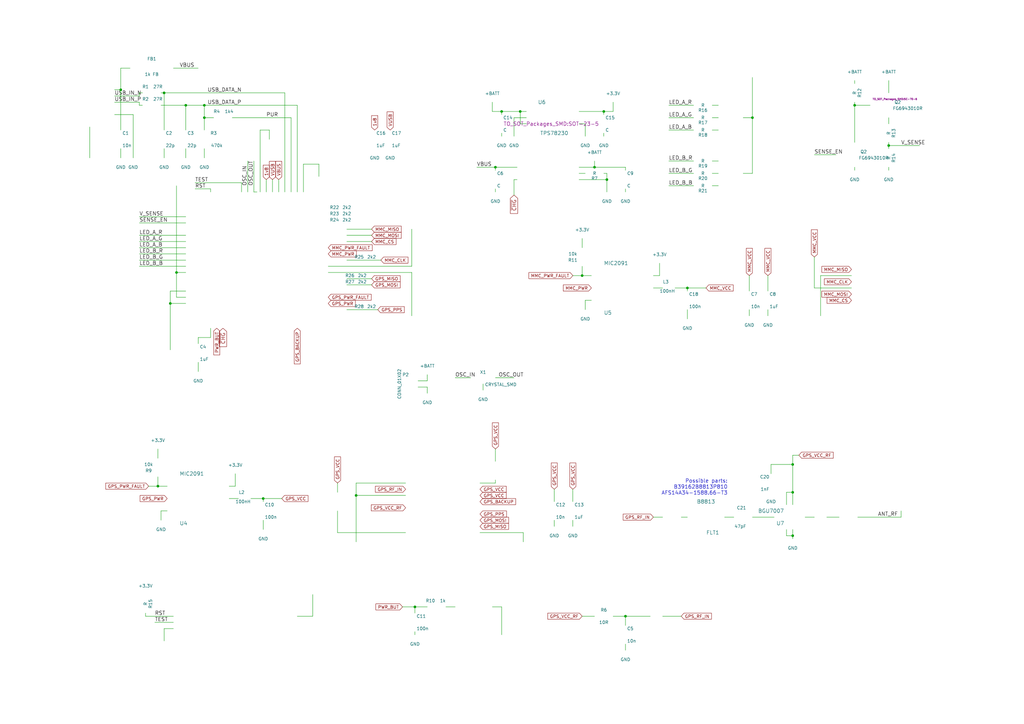
<source format=kicad_sch>
(kicad_sch (version 20230121) (generator eeschema)
  (paper "A3")
  (title_block (title "gpsLogger") (date "2016-07-13") (rev "Rev 2.0") (company "Gregory S Davill") (comment 4 "Simple GPS logger with low power features"))
  (lib_symbols)
  (junction (at 247.65 45.72))
  (junction (at 49.53 36.83))
  (junction (at 256.54 252.73))
  (junction (at 170.18 248.92))
  (junction (at 238.76 113.03))
  (junction (at 107.95 204.47))
  (junction (at 72.39 111.76))
  (junction (at 243.84 68.58))
  (junction (at 203.2 68.58))
  (junction (at 83.82 43.18))
  (junction (at 281.94 118.11))
  (junction (at 83.82 48.26))
  (junction (at 69.85 124.46))
  (junction (at 67.31 38.1))
  (junction (at 325.12 219.71))
  (junction (at 350.52 43.18))
  (junction (at 248.92 73.66))
  (junction (at 64.77 199.39))
  (junction (at 76.2 43.18))
  (junction (at 325.12 190.5))
  (junction (at 205.74 45.72))
  (junction (at 213.36 45.72))
  (junction (at 364.49 59.69))
  (junction (at 146.05 203.2))
  (junction (at 325.12 201.93))
  (junction (at 308.61 48.26))
  (wire (pts (xy 325.12 190.5) (xy 325.12 201.93)))
  (wire (pts (xy 322.58 201.93) (xy 325.12 201.93)))
  (wire (pts (xy 369.57 212.09) (xy 351.79 212.09)))
  (wire (pts (xy 237.49 71.12) (xy 240.03 71.12)))
  (wire (pts (xy 76.2 91.44) (xy 57.15 91.44)))
  (wire (pts (xy 76.2 53.34) (xy 76.2 43.18)))
  (wire (pts (xy 243.84 66.04) (xy 243.84 68.58)))
  (wire (pts (xy 69.85 119.38) (xy 69.85 124.46)))
  (wire (pts (xy 114.3 78.74) (xy 114.3 73.66)))
  (wire (pts (xy 107.95 204.47) (xy 107.95 205.74)))
  (wire (pts (xy 107.95 213.36) (xy 107.95 217.17)))
  (wire (pts (xy 322.58 217.17) (xy 322.58 219.71)))
  (wire (pts (xy 49.53 36.83) (xy 49.53 53.34)))
  (wire (pts (xy 212.09 73.66) (xy 210.82 73.66)))
  (wire (pts (xy 203.2 189.23) (xy 203.2 184.15)))
  (wire (pts (xy 364.49 68.58) (xy 364.49 69.85)))
  (wire (pts (xy 234.95 200.66) (xy 234.95 205.74)))
  (wire (pts (xy 276.86 118.11) (xy 281.94 118.11)))
  (wire (pts (xy 364.49 59.69) (xy 377.19 59.69)))
  (wire (pts (xy 99.06 78.74) (xy 99.06 74.93)))
  (wire (pts (xy 168.91 109.22) (xy 134.62 109.22)))
  (wire (pts (xy 54.61 46.99) (xy 54.61 64.77)))
  (wire (pts (xy 83.82 43.18) (xy 83.82 48.26)))
  (wire (pts (xy 171.45 156.21) (xy 175.26 156.21)))
  (wire (pts (xy 105.41 78.74) (xy 104.14 78.74)))
  (wire (pts (xy 69.85 124.46) (xy 69.85 143.51)))
  (wire (pts (xy 251.46 45.72) (xy 251.46 41.91)))
  (wire (pts (xy 64.77 199.39) (xy 68.58 199.39)))
  (wire (pts (xy 203.2 68.58) (xy 212.09 68.58)))
  (wire (pts (xy 166.37 203.2) (xy 146.05 203.2)))
  (wire (pts (xy 334.01 118.11) (xy 349.25 118.11)))
  (wire (pts (xy 49.53 60.96) (xy 49.53 64.77)))
  (wire (pts (xy 138.43 198.12) (xy 138.43 201.93)))
  (wire (pts (xy 294.64 48.26) (xy 292.1 48.26)))
  (wire (pts (xy 267.97 113.03) (xy 270.51 113.03)))
  (wire (pts (xy 106.68 53.34) (xy 110.49 53.34)))
  (wire (pts (xy 210.82 48.26) (xy 210.82 55.88)))
  (wire (pts (xy 267.97 118.11) (xy 271.78 118.11)))
  (wire (pts (xy 336.55 129.54) (xy 336.55 113.03)))
  (wire (pts (xy 76.2 101.6) (xy 57.15 101.6)))
  (wire (pts (xy 240.03 123.19) (xy 240.03 127)))
  (wire (pts (xy 270.51 113.03) (xy 270.51 107.95)))
  (wire (pts (xy 247.65 45.72) (xy 251.46 45.72)))
  (wire (pts (xy 247.65 45.72) (xy 247.65 46.99)))
  (wire (pts (xy 234.95 113.03) (xy 238.76 113.03)))
  (wire (pts (xy 57.15 39.37) (xy 57.15 38.1)))
  (wire (pts (xy 247.65 54.61) (xy 247.65 55.88)))
  (wire (pts (xy 175.26 156.21) (xy 175.26 153.67)))
  (wire (pts (xy 83.82 48.26) (xy 87.63 48.26)))
  (wire (pts (xy 83.82 48.26) (xy 83.82 53.34)))
  (wire (pts (xy 240.03 50.8) (xy 240.03 55.88)))
  (wire (pts (xy 210.82 73.66) (xy 210.82 80.01)))
  (wire (pts (xy 170.18 251.46) (xy 170.18 248.92)))
  (wire (pts (xy 195.58 68.58) (xy 203.2 68.58)))
  (wire (pts (xy 193.04 154.94) (xy 186.69 154.94)))
  (wire (pts (xy 66.04 38.1) (xy 67.31 38.1)))
  (wire (pts (xy 356.87 43.18) (xy 350.52 43.18)))
  (wire (pts (xy 284.48 76.2) (xy 274.32 76.2)))
  (wire (pts (xy 138.43 218.44) (xy 166.37 218.44)))
  (wire (pts (xy 308.61 48.26) (xy 308.61 71.12)))
  (wire (pts (xy 201.93 45.72) (xy 205.74 45.72)))
  (wire (pts (xy 72.39 76.2) (xy 72.39 111.76)))
  (wire (pts (xy 307.34 129.54) (xy 307.34 127)))
  (wire (pts (xy 76.2 96.52) (xy 57.15 96.52)))
  (wire (pts (xy 369.57 209.55) (xy 369.57 212.09)))
  (wire (pts (xy 152.4 96.52) (xy 142.24 96.52)))
  (wire (pts (xy 364.49 48.26) (xy 364.49 50.8)))
  (wire (pts (xy 49.53 27.94) (xy 53.34 27.94)))
  (wire (pts (xy 215.9 50.8) (xy 213.36 50.8)))
  (wire (pts (xy 168.91 111.76) (xy 168.91 129.54)))
  (wire (pts (xy 76.2 60.96) (xy 76.2 64.77)))
  (wire (pts (xy 67.31 53.34) (xy 67.31 38.1)))
  (wire (pts (xy 170.18 248.92) (xy 175.26 248.92)))
  (wire (pts (xy 106.68 78.74) (xy 106.68 53.34)))
  (wire (pts (xy 76.2 119.38) (xy 69.85 119.38)))
  (wire (pts (xy 59.69 252.73) (xy 71.12 252.73)))
  (wire (pts (xy 237.49 73.66) (xy 248.92 73.66)))
  (wire (pts (xy 165.1 248.92) (xy 170.18 248.92)))
  (wire (pts (xy 364.49 58.42) (xy 364.49 59.69)))
  (wire (pts (xy 66.04 43.18) (xy 76.2 43.18)))
  (wire (pts (xy 281.94 118.11) (xy 281.94 119.38)))
  (wire (pts (xy 46.99 39.37) (xy 57.15 39.37)))
  (wire (pts (xy 107.95 204.47) (xy 115.57 204.47)))
  (wire (pts (xy 166.37 198.12) (xy 146.05 198.12)))
  (wire (pts (xy 307.34 113.03) (xy 307.34 119.38)))
  (wire (pts (xy 134.62 111.76) (xy 168.91 111.76)))
  (wire (pts (xy 68.58 209.55) (xy 66.04 209.55)))
  (wire (pts (xy 314.96 119.38) (xy 314.96 113.03)))
  (wire (pts (xy 76.2 104.14) (xy 57.15 104.14)))
  (wire (pts (xy 142.24 127) (xy 154.94 127)))
  (wire (pts (xy 334.01 212.09) (xy 330.2 212.09)))
  (wire (pts (xy 256.54 252.73) (xy 256.54 256.54)))
  (wire (pts (xy 182.88 248.92) (xy 186.69 248.92)))
  (wire (pts (xy 83.82 43.18) (xy 121.92 43.18)))
  (wire (pts (xy 284.48 43.18) (xy 274.32 43.18)))
  (wire (pts (xy 334.01 105.41) (xy 334.01 118.11)))
  (wire (pts (xy 59.69 252.73) (xy 59.69 251.46)))
  (wire (pts (xy 130.81 67.31) (xy 130.81 72.39)))
  (wire (pts (xy 350.52 33.02) (xy 350.52 34.29)))
  (wire (pts (xy 308.61 71.12) (xy 304.8 71.12)))
  (wire (pts (xy 76.2 124.46) (xy 69.85 124.46)))
  (wire (pts (xy 292.1 76.2) (xy 294.64 76.2)))
  (wire (pts (xy 142.24 93.98) (xy 152.4 93.98)))
  (wire (pts (xy 325.12 186.69) (xy 327.66 186.69)))
  (wire (pts (xy 49.53 27.94) (xy 49.53 36.83)))
  (wire (pts (xy 76.2 106.68) (xy 57.15 106.68)))
  (wire (pts (xy 271.78 252.73) (xy 279.4 252.73)))
  (wire (pts (xy 156.21 106.68) (xy 142.24 106.68)))
  (wire (pts (xy 238.76 101.6) (xy 238.76 97.79)))
  (wire (pts (xy 57.15 43.18) (xy 58.42 43.18)))
  (wire (pts (xy 203.2 69.85) (xy 203.2 68.58)))
  (wire (pts (xy 168.91 93.98) (xy 168.91 109.22)))
  (wire (pts (xy 142.24 114.3) (xy 152.4 114.3)))
  (wire (pts (xy 64.77 187.96) (xy 64.77 184.15)))
  (wire (pts (xy 227.33 215.9) (xy 227.33 213.36)))
  (wire (pts (xy 110.49 53.34) (xy 110.49 57.15)))
  (wire (pts (xy 256.54 77.47) (xy 256.54 78.74)))
  (wire (pts (xy 248.92 73.66) (xy 248.92 78.74)))
  (wire (pts (xy 205.74 54.61) (xy 205.74 55.88)))
  (wire (pts (xy 170.18 260.35) (xy 170.18 259.08)))
  (wire (pts (xy 46.99 36.83) (xy 49.53 36.83)))
  (wire (pts (xy 171.45 158.75) (xy 175.26 158.75)))
  (wire (pts (xy 67.31 60.96) (xy 67.31 64.77)))
  (wire (pts (xy 205.74 248.92) (xy 205.74 260.35)))
  (wire (pts (xy 213.36 50.8) (xy 213.36 45.72)))
  (wire (pts (xy 102.87 204.47) (xy 107.95 204.47)))
  (wire (pts (xy 81.28 152.4) (xy 81.28 148.59)))
  (wire (pts (xy 350.52 68.58) (xy 350.52 69.85)))
  (wire (pts (xy 36.83 52.07) (xy 36.83 64.77)))
  (wire (pts (xy 256.54 264.16) (xy 256.54 266.7)))
  (wire (pts (xy 364.49 33.02) (xy 364.49 38.1)))
  (wire (pts (xy 95.25 48.26) (xy 119.38 48.26)))
  (wire (pts (xy 336.55 113.03) (xy 349.25 113.03)))
  (wire (pts (xy 86.36 78.74) (xy 86.36 77.47)))
  (wire (pts (xy 248.92 71.12) (xy 248.92 73.66)))
  (wire (pts (xy 227.33 200.66) (xy 227.33 205.74)))
  (wire (pts (xy 284.48 48.26) (xy 274.32 48.26)))
  (wire (pts (xy 76.2 88.9) (xy 57.15 88.9)))
  (wire (pts (xy 203.2 198.12) (xy 203.2 196.85)))
  (wire (pts (xy 124.46 78.74) (xy 124.46 67.31)))
  (wire (pts (xy 104.14 78.74) (xy 104.14 66.04)))
  (wire (pts (xy 281.94 127) (xy 281.94 130.81)))
  (wire (pts (xy 316.23 190.5) (xy 325.12 190.5)))
  (wire (pts (xy 201.93 41.91) (xy 201.93 45.72)))
  (wire (pts (xy 308.61 31.75) (xy 308.61 48.26)))
  (wire (pts (xy 238.76 252.73) (xy 243.84 252.73)))
  (wire (pts (xy 238.76 109.22) (xy 238.76 113.03)))
  (wire (pts (xy 322.58 207.01) (xy 322.58 201.93)))
  (wire (pts (xy 138.43 209.55) (xy 138.43 218.44)))
  (wire (pts (xy 116.84 38.1) (xy 116.84 78.74)))
  (wire (pts (xy 251.46 252.73) (xy 256.54 252.73)))
  (wire (pts (xy 124.46 67.31) (xy 130.81 67.31)))
  (wire (pts (xy 86.36 77.47) (xy 80.01 77.47)))
  (wire (pts (xy 99.06 74.93) (xy 80.01 74.93)))
  (wire (pts (xy 198.12 157.48) (xy 198.12 160.02)))
  (wire (pts (xy 279.4 212.09) (xy 281.94 212.09)))
  (wire (pts (xy 213.36 45.72) (xy 215.9 45.72)))
  (wire (pts (xy 364.49 59.69) (xy 364.49 60.96)))
  (wire (pts (xy 46.99 41.91) (xy 57.15 41.91)))
  (wire (pts (xy 76.2 99.06) (xy 57.15 99.06)))
  (wire (pts (xy 196.85 198.12) (xy 203.2 198.12)))
  (wire (pts (xy 205.74 46.99) (xy 205.74 45.72)))
  (wire (pts (xy 201.93 248.92) (xy 205.74 248.92)))
  (wire (pts (xy 325.12 186.69) (xy 325.12 190.5)))
  (wire (pts (xy 76.2 111.76) (xy 72.39 111.76)))
  (wire (pts (xy 175.26 158.75) (xy 175.26 161.29)))
  (wire (pts (xy 196.85 218.44) (xy 214.63 218.44)))
  (wire (pts (xy 57.15 38.1) (xy 58.42 38.1)))
  (wire (pts (xy 247.65 71.12) (xy 248.92 71.12)))
  (wire (pts (xy 128.27 252.73) (xy 128.27 243.84)))
  (wire (pts (xy 237.49 68.58) (xy 243.84 68.58)))
  (wire (pts (xy 121.92 252.73) (xy 128.27 252.73)))
  (wire (pts (xy 274.32 53.34) (xy 284.48 53.34)))
  (wire (pts (xy 237.49 50.8) (xy 240.03 50.8)))
  (wire (pts (xy 256.54 68.58) (xy 256.54 69.85)))
  (wire (pts (xy 215.9 48.26) (xy 210.82 48.26)))
  (wire (pts (xy 71.12 257.81) (xy 67.31 257.81)))
  (wire (pts (xy 243.84 68.58) (xy 256.54 68.58)))
  (wire (pts (xy 344.17 212.09) (xy 339.09 212.09)))
  (wire (pts (xy 325.12 201.93) (xy 325.12 207.01)))
  (wire (pts (xy 86.36 134.62) (xy 86.36 138.43)))
  (wire (pts (xy 242.57 123.19) (xy 240.03 123.19)))
  (wire (pts (xy 350.52 43.18) (xy 350.52 58.42)))
  (wire (pts (xy 119.38 48.26) (xy 119.38 78.74)))
  (wire (pts (xy 292.1 53.34) (xy 294.64 53.34)))
  (wire (pts (xy 57.15 41.91) (xy 57.15 43.18)))
  (wire (pts (xy 72.39 111.76) (xy 72.39 121.92)))
  (wire (pts (xy 67.31 38.1) (xy 116.84 38.1)))
  (wire (pts (xy 203.2 77.47) (xy 203.2 78.74)))
  (wire (pts (xy 304.8 48.26) (xy 308.61 48.26)))
  (wire (pts (xy 274.32 71.12) (xy 284.48 71.12)))
  (wire (pts (xy 93.98 199.39) (xy 96.52 199.39)))
  (wire (pts (xy 205.74 45.72) (xy 213.36 45.72)))
  (wire (pts (xy 81.28 138.43) (xy 86.36 138.43)))
  (wire (pts (xy 256.54 252.73) (xy 266.7 252.73)))
  (wire (pts (xy 142.24 99.06) (xy 152.4 99.06)))
  (wire (pts (xy 121.92 43.18) (xy 121.92 78.74)))
  (wire (pts (xy 111.76 78.74) (xy 111.76 73.66)))
  (wire (pts (xy 294.64 71.12) (xy 292.1 71.12)))
  (wire (pts (xy 292.1 43.18) (xy 294.64 43.18)))
  (wire (pts (xy 83.82 64.77) (xy 83.82 60.96)))
  (wire (pts (xy 322.58 219.71) (xy 325.12 219.71)))
  (wire (pts (xy 325.12 217.17) (xy 325.12 219.71)))
  (wire (pts (xy 284.48 66.04) (xy 274.32 66.04)))
  (wire (pts (xy 93.98 204.47) (xy 97.79 204.47)))
  (wire (pts (xy 146.05 198.12) (xy 146.05 203.2)))
  (wire (pts (xy 316.23 194.31) (xy 316.23 190.5)))
  (wire (pts (xy 234.95 213.36) (xy 234.95 215.9)))
  (wire (pts (xy 66.04 209.55) (xy 66.04 213.36)))
  (wire (pts (xy 214.63 218.44) (xy 214.63 222.25)))
  (wire (pts (xy 325.12 219.71) (xy 325.12 220.98)))
  (wire (pts (xy 46.99 46.99) (xy 54.61 46.99)))
  (wire (pts (xy 203.2 154.94) (xy 210.82 154.94)))
  (wire (pts (xy 237.49 45.72) (xy 247.65 45.72)))
  (wire (pts (xy 76.2 43.18) (xy 83.82 43.18)))
  (wire (pts (xy 342.9 63.5) (xy 334.01 63.5)))
  (wire (pts (xy 72.39 121.92) (xy 76.2 121.92)))
  (wire (pts (xy 101.6 78.74) (xy 101.6 66.04)))
  (wire (pts (xy 96.52 199.39) (xy 96.52 194.31)))
  (wire (pts (xy 67.31 257.81) (xy 67.31 262.89)))
  (wire (pts (xy 76.2 109.22) (xy 57.15 109.22)))
  (wire (pts (xy 71.12 255.27) (xy 63.5 255.27)))
  (wire (pts (xy 238.76 113.03) (xy 242.57 113.03)))
  (wire (pts (xy 71.12 27.94) (xy 81.28 27.94)))
  (wire (pts (xy 281.94 118.11) (xy 289.56 118.11)))
  (wire (pts (xy 297.18 212.09) (xy 300.99 212.09)))
  (wire (pts (xy 60.96 199.39) (xy 64.77 199.39)))
  (wire (pts (xy 314.96 127) (xy 314.96 129.54)))
  (wire (pts (xy 64.77 195.58) (xy 64.77 199.39)))
  (wire (pts (xy 146.05 203.2) (xy 146.05 222.25)))
  (wire (pts (xy 152.4 116.84) (xy 142.24 116.84)))
  (wire (pts (xy 317.5 212.09) (xy 308.61 212.09)))
  (wire (pts (xy 350.52 41.91) (xy 350.52 43.18)))
  (wire (pts (xy 267.97 212.09) (xy 271.78 212.09)))
  (wire (pts (xy 81.28 140.97) (xy 81.28 138.43)))
  (wire (pts (xy 292.1 66.04) (xy 294.64 66.04)))
  (wire (pts (xy 109.22 78.74) (xy 109.22 73.66)))
  (text "Possible parts:\nB39162B8813P810\nAFS14A34-1588.66-T3\n" (at 298.45 203.2 0) (effects (font (size 1.524 1.524)) (justify right bottom)))
  (label "LED_B_G" (at 274.32 71.12 0) (effects (font (size 1.524 1.524))))
  (label "LED_B_B" (at 274.32 76.2 0) (effects (font (size 1.524 1.524))))
  (label "TEST" (at 80.01 74.93 0) (effects (font (size 1.524 1.524))))
  (label "LED_B_R" (at 274.32 66.04 0) (effects (font (size 1.524 1.524))))
  (label "VBUS" (at 195.58 68.58 0) (effects (font (size 1.524 1.524))))
  (label "V_SENSE" (at 57.15 88.9 0) (effects (font (size 1.524 1.524))))
  (label "LED_A_R" (at 57.15 96.52 0) (effects (font (size 1.524 1.524))))
  (label "RST" (at 63.5 252.73 0) (effects (font (size 1.524 1.524))))
  (label "LED_A_G" (at 274.32 48.26 0) (effects (font (size 1.524 1.524))))
  (label "USB_IN_N" (at 46.99 39.37 0) (effects (font (size 1.524 1.524))))
  (label "OSC_OUT" (at 204.47 154.94 0) (effects (font (size 1.524 1.524))))
  (label "SENSE_EN" (at 57.15 91.44 0) (effects (font (size 1.524 1.524))))
  (label "RST" (at 80.01 77.47 0) (effects (font (size 1.524 1.524))))
  (label "USB_IN_P" (at 46.99 41.91 0) (effects (font (size 1.524 1.524))))
  (label "LED_A_G" (at 57.15 99.06 0) (effects (font (size 1.524 1.524))))
  (label "VBUS" (at 73.66 27.94 0) (effects (font (size 1.524 1.524))))
  (label "ANT_RF" (at 368.3 212.09 180) (effects (font (size 1.524 1.524))))
  (label "LED_A_R" (at 274.32 43.18 0) (effects (font (size 1.524 1.524))))
  (label "SENSE_EN" (at 334.01 63.5 0) (effects (font (size 1.524 1.524))))
  (label "OSC_IN" (at 186.69 154.94 0) (effects (font (size 1.524 1.524))))
  (label "OSC_IN" (at 101.6 76.2 90) (effects (font (size 1.524 1.524))))
  (label "V_SENSE" (at 369.57 59.69 0) (effects (font (size 1.524 1.524))))
  (label "LED_B_G" (at 57.15 106.68 0) (effects (font (size 1.524 1.524))))
  (label "LED_B_B" (at 57.15 109.22 0) (effects (font (size 1.524 1.524))))
  (label "USB_DATA_N" (at 85.09 38.1 0) (effects (font (size 1.524 1.524))))
  (label "OSC_OUT" (at 104.14 76.2 90) (effects (font (size 1.524 1.524))))
  (label "LED_A_B" (at 274.32 53.34 0) (effects (font (size 1.524 1.524))))
  (label "USB_DATA_P" (at 85.09 43.18 0) (effects (font (size 1.524 1.524))))
  (label "LED_B_R" (at 57.15 104.14 0) (effects (font (size 1.524 1.524))))
  (label "LED_A_B" (at 57.15 101.6 0) (effects (font (size 1.524 1.524))))
  (label "PUR" (at 109.22 48.26 0) (effects (font (size 1.524 1.524))))
  (label "TEST" (at 63.5 255.27 0) (effects (font (size 1.524 1.524))))
  (global_label "GPS_VCC" (shape input) (at 196.85 200.66 0) (property "Intersheetrefs" "${INTERSHEET_REFS}" (effects hide)))
  (global_label "GPS_VCC" (shape input) (at 203.2 184.15 90) (property "Intersheetrefs" "${INTERSHEET_REFS}" (effects hide)))
  (global_label "GPS_VCC" (shape input) (at 234.95 200.66 90) (property "Intersheetrefs" "${INTERSHEET_REFS}" (effects hide)))
  (global_label "MMC_MOSI" (shape input) (at 152.4 96.52 0) (property "Intersheetrefs" "${INTERSHEET_REFS}" (effects hide)))
  (global_label "MMC_CLK" (shape input) (at 349.25 115.57 180) (property "Intersheetrefs" "${INTERSHEET_REFS}" (effects hide)))
  (global_label "GPS_RF_IN" (shape input) (at 267.97 212.09 180) (property "Intersheetrefs" "${INTERSHEET_REFS}" (effects hide)))
  (global_label "MMC_VCC" (shape input) (at 314.96 113.03 90) (property "Intersheetrefs" "${INTERSHEET_REFS}" (effects hide)))
  (global_label "GPS_MOSI" (shape input) (at 152.4 116.84 0) (property "Intersheetrefs" "${INTERSHEET_REFS}" (effects hide)))
  (global_label "GPS_VCC" (shape input) (at 138.43 198.12 90) (property "Intersheetrefs" "${INTERSHEET_REFS}" (effects hide)))
  (global_label "GPS_VCC" (shape input) (at 196.85 203.2 0) (property "Intersheetrefs" "${INTERSHEET_REFS}" (effects hide)))
  (global_label "VUSB" (shape input) (at 160.02 53.34 90) (effects (font (size 1.2954 1.2954))) (property "Intersheetrefs" "${INTERSHEET_REFS}" (effects hide)))
  (global_label "MMC_PWR" (shape input) (at 242.57 118.11 180) (property "Intersheetrefs" "${INTERSHEET_REFS}" (effects hide)))
  (global_label "~{CHG}" (shape input) (at 210.82 80.01 270) (effects (font (size 1.524 1.524))) (property "Intersheetrefs" "${INTERSHEET_REFS}" (effects hide)))
  (global_label "GPS_VCC_RF" (shape input) (at 238.76 252.73 180) (property "Intersheetrefs" "${INTERSHEET_REFS}" (effects hide)))
  (global_label "GPS_VCC_RF" (shape input) (at 166.37 208.28 180) (property "Intersheetrefs" "${INTERSHEET_REFS}" (effects hide)))
  (global_label "GPS_PWR_FAULT" (shape input) (at 60.96 199.39 180) (property "Intersheetrefs" "${INTERSHEET_REFS}" (effects hide)))
  (global_label "MMC_MISO" (shape input) (at 152.4 93.98 0) (property "Intersheetrefs" "${INTERSHEET_REFS}" (effects hide)))
  (global_label "MMC_MOSI" (shape input) (at 349.25 120.65 180) (property "Intersheetrefs" "${INTERSHEET_REFS}" (effects hide)))
  (global_label "GPS_VCC_RF" (shape input) (at 327.66 186.69 0) (property "Intersheetrefs" "${INTERSHEET_REFS}" (effects hide)))
  (global_label "MMC_PWR_FAULT" (shape input) (at 234.95 113.03 180) (property "Intersheetrefs" "${INTERSHEET_REFS}" (effects hide)))
  (global_label "GPS_RF_IN" (shape input) (at 166.37 200.66 180) (property "Intersheetrefs" "${INTERSHEET_REFS}" (effects hide)))
  (global_label "1v8" (shape input) (at 109.22 73.66 90) (effects (font (size 1.2954 1.2954))) (property "Intersheetrefs" "${INTERSHEET_REFS}" (effects hide)))
  (global_label "MMC_CS" (shape input) (at 349.25 123.19 180) (property "Intersheetrefs" "${INTERSHEET_REFS}" (effects hide)))
  (global_label "VUSB" (shape input) (at 111.76 73.66 90) (effects (font (size 1.2954 1.2954))) (property "Intersheetrefs" "${INTERSHEET_REFS}" (effects hide)))
  (global_label "1v8" (shape input) (at 153.67 53.34 90) (effects (font (size 1.2954 1.2954))) (property "Intersheetrefs" "${INTERSHEET_REFS}" (effects hide)))
  (global_label "GPS_PWR" (shape input) (at 134.62 124.46 0) (property "Intersheetrefs" "${INTERSHEET_REFS}" (effects hide)))
  (global_label "GPS_PWR" (shape input) (at 68.58 204.47 180) (property "Intersheetrefs" "${INTERSHEET_REFS}" (effects hide)))
  (global_label "GPS_PPS" (shape input) (at 154.94 127 0) (property "Intersheetrefs" "${INTERSHEET_REFS}" (effects hide)))
  (global_label "MMC_CS" (shape input) (at 152.4 99.06 0) (property "Intersheetrefs" "${INTERSHEET_REFS}" (effects hide)))
  (global_label "GPS_PWR_FAULT" (shape input) (at 134.62 121.92 0) (property "Intersheetrefs" "${INTERSHEET_REFS}" (effects hide)))
  (global_label "GPS_BACKUP" (shape input) (at 196.85 205.74 0) (property "Intersheetrefs" "${INTERSHEET_REFS}" (effects hide)))
  (global_label "~{CHG}" (shape input) (at 91.44 134.62 270) (effects (font (size 1.524 1.524))) (property "Intersheetrefs" "${INTERSHEET_REFS}" (effects hide)))
  (global_label "MMC_PWR_FAULT" (shape input) (at 134.62 101.6 0) (property "Intersheetrefs" "${INTERSHEET_REFS}" (effects hide)))
  (global_label "GPS_MISO" (shape input) (at 152.4 114.3 0) (property "Intersheetrefs" "${INTERSHEET_REFS}" (effects hide)))
  (global_label "MMC_PWR" (shape input) (at 134.62 104.14 0) (property "Intersheetrefs" "${INTERSHEET_REFS}" (effects hide)))
  (global_label "MMC_VCC" (shape input) (at 334.01 105.41 90) (property "Intersheetrefs" "${INTERSHEET_REFS}" (effects hide)))
  (global_label "GPS_BACKUP" (shape input) (at 121.92 134.62 270) (property "Intersheetrefs" "${INTERSHEET_REFS}" (effects hide)))
  (global_label "PWR_BUT" (shape input) (at 165.1 248.92 180) (property "Intersheetrefs" "${INTERSHEET_REFS}" (effects hide)))
  (global_label "MMC_MISO" (shape input) (at 349.25 110.49 180) (property "Intersheetrefs" "${INTERSHEET_REFS}" (effects hide)))
  (global_label "MMC_VCC" (shape input) (at 307.34 113.03 90) (property "Intersheetrefs" "${INTERSHEET_REFS}" (effects hide)))
  (global_label "GPS_VCC" (shape input) (at 227.33 200.66 90) (property "Intersheetrefs" "${INTERSHEET_REFS}" (effects hide)))
  (global_label "GPS_MOSI" (shape input) (at 196.85 213.36 0) (property "Intersheetrefs" "${INTERSHEET_REFS}" (effects hide)))
  (global_label "MMC_CLK" (shape input) (at 156.21 106.68 0) (property "Intersheetrefs" "${INTERSHEET_REFS}" (effects hide)))
  (global_label "GPS_MISO" (shape input) (at 196.85 215.9 0) (property "Intersheetrefs" "${INTERSHEET_REFS}" (effects hide)))
  (global_label "PWR_BUT" (shape input) (at 88.9 134.62 270) (property "Intersheetrefs" "${INTERSHEET_REFS}" (effects hide)))
  (global_label "GPS_PPS" (shape input) (at 196.85 210.82 0) (property "Intersheetrefs" "${INTERSHEET_REFS}" (effects hide)))
  (global_label "GPS_RF_IN" (shape input) (at 279.4 252.73 0) (property "Intersheetrefs" "${INTERSHEET_REFS}" (effects hide)))
  (global_label "VBUS" (shape input) (at 114.3 73.66 90) (effects (font (size 1.2954 1.2954))) (property "Intersheetrefs" "${INTERSHEET_REFS}" (effects hide)))
  (global_label "MMC_VCC" (shape input) (at 289.56 118.11 0) (property "Intersheetrefs" "${INTERSHEET_REFS}" (effects hide)))
  (global_label "GPS_VCC" (shape input) (at 115.57 204.47 0) (property "Intersheetrefs" "${INTERSHEET_REFS}" (effects hide)))
  (symbol (lib_id "MSP430F55xx") (at 96.52 105.41 0) (unit 1)
    (property "Reference" "IC1" (at 80.01 80.01 0) (effects (font (size 1.524 1.524))))
    (property "Value" "MSP430F55xx" (at 106.68 107.95 0) (effects (font (size 1.524 1.524))))
    (property "Footprint" "Housings_DFN_QFN:QFN-64-1EP_9x9mm_Pitch0.5mm" (effects hide))
    (property "#manf" "296-31693-1-ND " (effects hide))
  )
  (symbol (lib_id "USB_OTG") (at 39.37 41.91 90) (mirror x) (unit 1)
    (property "Reference" "P1" (at 42.545 50.165 0))
    (property "Value" "USB_OTG" (at 34.29 41.91 0))
    (property "Footprint" "footprints:USB_VERT" (effects hide))
    (property "#manf" " 732-2735-ND " (effects hide))
  )
  (symbol (lib_id "R") (at 62.23 38.1 270) (unit 1)
    (property "Reference" "R1" (at 59.69 35.56 90))
    (property "Value" "27R" (at 64.77 35.56 90))
    (property "Footprint" "Resistors_SMD:R_0603" (effects hide))
  )
  (symbol (lib_id "R") (at 62.23 43.18 270) (unit 1)
    (property "Reference" "R2" (at 59.69 40.64 90))
    (property "Value" "27R" (at 64.77 40.64 90))
    (property "Footprint" "Resistors_SMD:R_0603" (effects hide))
  )
  (symbol (lib_id "R") (at 91.44 48.26 270) (unit 1)
    (property "Reference" "R4" (at 88.9 45.72 90))
    (property "Value" "1k4" (at 93.98 45.72 90))
    (property "Footprint" "Resistors_SMD:R_0603" (effects hide))
  )
  (symbol (lib_id "R") (at 83.82 57.15 180) (unit 1)
    (property "Reference" "R3" (at 87.63 54.61 0))
    (property "Value" "470k" (at 88.9 59.69 0))
    (property "Footprint" "Resistors_SMD:R_0603" (effects hide))
  )
  (symbol (lib_id "C") (at 67.31 57.15 0) (unit 1)
    (property "Reference" "C2" (at 67.945 54.61 0) (effects (justify left)))
    (property "Value" "22p" (at 67.945 59.69 0) (effects (justify left)))
    (property "Footprint" "Capacitors_SMD:C_0603" (effects hide))
  )
  (symbol (lib_id "C") (at 76.2 57.15 0) (unit 1)
    (property "Reference" "C3" (at 76.835 54.61 0) (effects (justify left)))
    (property "Value" "22p" (at 76.835 59.69 0) (effects (justify left)))
    (property "Footprint" "Capacitors_SMD:C_0603" (effects hide))
  )
  (symbol (lib_id "C") (at 49.53 57.15 0) (unit 1)
    (property "Reference" "C1" (at 50.165 54.61 0) (effects (justify left)))
    (property "Value" "10n" (at 50.165 59.69 0) (effects (justify left)))
    (property "Footprint" "Capacitors_SMD:C_0603" (effects hide))
  )
  (symbol (lib_id "FILTER") (at 62.23 27.94 0) (unit 1)
    (property "Reference" "FB1" (at 62.23 24.13 0))
    (property "Value" "1k FB" (at 62.23 30.48 0))
    (property "Footprint" "Resistors_SMD:R_0603" (effects hide))
    (property "#manf" "490-5215-1-ND" (effects hide))
  )
  (symbol (lib_id "MCP73812") (at 224.79 71.12 0) (unit 1)
    (property "Reference" "U2" (at 219.71 64.77 0) (effects (font (size 1.524 1.524))))
    (property "Value" "MCP73812" (at 226.06 77.47 0) (effects (font (size 1.524 1.524))))
    (property "Footprint" "TO_SOT_Packages_SMD:SOT-23-5" (effects hide))
    (property "#manf" "MCP73832T-2ACI/OTCT-ND" (effects hide))
  )
  (symbol (lib_id "R") (at 243.84 71.12 270) (unit 1)
    (property "Reference" "R7" (at 243.84 73.152 90))
    (property "Value" "R" (at 243.84 71.12 90))
    (property "Footprint" "Resistors_SMD:R_0603" (effects hide))
  )
  (symbol (lib_id "C") (at 203.2 73.66 0) (unit 1)
    (property "Reference" "C6" (at 203.835 71.12 0) (effects (justify left)))
    (property "Value" "C" (at 203.835 76.2 0) (effects (justify left)))
    (property "Footprint" "Capacitors_SMD:C_0603" (effects hide))
  )
  (symbol (lib_id "C") (at 256.54 73.66 0) (unit 1)
    (property "Reference" "C9" (at 257.175 71.12 0) (effects (justify left)))
    (property "Value" "C" (at 257.175 76.2 0) (effects (justify left)))
    (property "Footprint" "Capacitors_SMD:C_0603" (effects hide))
  )
  (symbol (lib_id "SW_PUSH") (at 194.31 248.92 0) (unit 1)
    (property "Reference" "SW1" (at 198.12 246.126 0))
    (property "Value" "SW_PUSH" (at 194.31 250.952 0))
    (property "Footprint" "cameraTrigger_rev1_0:EVQ_switch" (effects hide))
    (property "#manf" "P10888SCT-ND" (effects hide))
  )
  (symbol (lib_id "uSD") (at 354.33 124.46 0) (unit 1)
    (property "Reference" "U3" (at 355.6 104.14 0) (effects (font (size 1.524 1.524))))
    (property "Value" "uSD" (at 363.22 129.54 0) (effects (font (size 1.524 1.524))))
    (property "Footprint" "footprints:SD_holder_472190001" (effects hide))
    (property "#manf" " 101-00303-68-1-ND " (effects hide))
  )
  (symbol (lib_id "C") (at 314.96 123.19 0) (unit 1)
    (property "Reference" "C8" (at 315.595 120.65 0) (effects (justify left)))
    (property "Value" "1uF" (at 315.595 125.73 0) (effects (justify left)))
    (property "Footprint" "Capacitors_SMD:C_0603" (effects hide))
  )
  (symbol (lib_id "C") (at 307.34 123.19 0) (unit 1)
    (property "Reference" "C7" (at 307.975 120.65 0) (effects (justify left)))
    (property "Value" "10n" (at 307.975 125.73 0) (effects (justify left)))
    (property "Footprint" "Capacitors_SMD:C_0603" (effects hide))
  )
  (symbol (lib_id "GND") (at 307.34 129.54 0) (unit 1)
    (property "Reference" "#PWR01" (effects hide))
    (property "Value" "GND" (at 307.34 133.35 0))
  )
  (symbol (lib_id "GND") (at 314.96 129.54 0) (unit 1)
    (property "Reference" "#PWR02" (effects hide))
    (property "Value" "GND" (at 314.96 133.35 0))
  )
  (symbol (lib_id "+3.3V") (at 251.46 41.91 0) (unit 1)
    (property "Reference" "#PWR03" (effects hide))
    (property "Value" "+3.3V" (at 251.46 38.354 0))
  )
  (symbol (lib_id "+BATT") (at 243.84 66.04 0) (unit 1)
    (property "Reference" "#PWR04" (effects hide))
    (property "Value" "+BATT" (at 243.84 62.484 0))
  )
  (symbol (lib_id "GND") (at 336.55 129.54 0) (unit 1)
    (property "Reference" "#PWR05" (effects hide))
    (property "Value" "GND" (at 336.55 133.35 0))
  )
  (symbol (lib_id "GND") (at 248.92 78.74 0) (unit 1)
    (property "Reference" "#PWR06" (effects hide))
    (property "Value" "GND" (at 248.92 82.55 0))
  )
  (symbol (lib_id "GND") (at 256.54 78.74 0) (unit 1)
    (property "Reference" "#PWR07" (effects hide))
    (property "Value" "GND" (at 256.54 82.55 0))
  )
  (symbol (lib_id "GND") (at 203.2 78.74 0) (unit 1)
    (property "Reference" "#PWR08" (effects hide))
    (property "Value" "GND" (at 203.2 82.55 0))
  )
  (symbol (lib_id "C") (at 234.95 209.55 0) (unit 1)
    (property "Reference" "C13" (at 235.585 207.01 0) (effects (justify left)))
    (property "Value" "1uF" (at 235.585 212.09 0) (effects (justify left)))
    (property "Footprint" "Capacitors_SMD:C_0603" (effects hide))
  )
  (symbol (lib_id "C") (at 227.33 209.55 0) (unit 1)
    (property "Reference" "C12" (at 227.965 207.01 0) (effects (justify left)))
    (property "Value" "10n" (at 227.965 212.09 0) (effects (justify left)))
    (property "Footprint" "Capacitors_SMD:C_0603" (effects hide))
  )
  (symbol (lib_id "GND") (at 227.33 215.9 0) (unit 1)
    (property "Reference" "#PWR09" (effects hide))
    (property "Value" "GND" (at 227.33 219.71 0))
  )
  (symbol (lib_id "GND") (at 234.95 215.9 0) (unit 1)
    (property "Reference" "#PWR010" (effects hide))
    (property "Value" "GND" (at 234.95 219.71 0))
  )
  (symbol (lib_id "+BATT") (at 201.93 41.91 0) (unit 1)
    (property "Reference" "#PWR011" (effects hide))
    (property "Value" "+BATT" (at 201.93 38.354 0))
  )
  (symbol (lib_id "GND") (at 36.83 64.77 0) (unit 1)
    (property "Reference" "#PWR012" (effects hide))
    (property "Value" "GND" (at 36.83 68.58 0))
  )
  (symbol (lib_id "GND") (at 49.53 64.77 0) (unit 1)
    (property "Reference" "#PWR013" (effects hide))
    (property "Value" "GND" (at 49.53 68.58 0))
  )
  (symbol (lib_id "GND") (at 54.61 64.77 0) (unit 1)
    (property "Reference" "#PWR014" (effects hide))
    (property "Value" "GND" (at 54.61 68.58 0))
  )
  (symbol (lib_id "GND") (at 67.31 64.77 0) (unit 1)
    (property "Reference" "#PWR015" (effects hide))
    (property "Value" "GND" (at 67.31 68.58 0))
  )
  (symbol (lib_id "GND") (at 76.2 64.77 0) (unit 1)
    (property "Reference" "#PWR016" (effects hide))
    (property "Value" "GND" (at 76.2 68.58 0))
  )
  (symbol (lib_id "GND") (at 83.82 64.77 0) (unit 1)
    (property "Reference" "#PWR017" (effects hide))
    (property "Value" "GND" (at 83.82 68.58 0))
  )
  (symbol (lib_id "GND") (at 130.81 72.39 0) (unit 1)
    (property "Reference" "#PWR018" (effects hide))
    (property "Value" "GND" (at 130.81 76.2 0))
  )
  (symbol (lib_id "GND") (at 110.49 57.15 0) (unit 1)
    (property "Reference" "#PWR019" (effects hide))
    (property "Value" "GND" (at 110.49 60.96 0))
  )
  (symbol (lib_id "GND") (at 168.91 129.54 0) (unit 1)
    (property "Reference" "#PWR020" (effects hide))
    (property "Value" "GND" (at 168.91 133.35 0))
  )
  (symbol (lib_id "GND") (at 69.85 143.51 0) (unit 1)
    (property "Reference" "#PWR021" (effects hide))
    (property "Value" "GND" (at 69.85 147.32 0))
  )
  (symbol (lib_id "C") (at 81.28 144.78 0) (unit 1)
    (property "Reference" "C4" (at 81.915 142.24 0) (effects (justify left)))
    (property "Value" "1uF" (at 81.915 147.32 0) (effects (justify left)))
    (property "Footprint" "Capacitors_SMD:C_0603" (effects hide))
  )
  (symbol (lib_id "+3.3V") (at 168.91 93.98 0) (unit 1)
    (property "Reference" "#PWR022" (effects hide))
    (property "Value" "+3.3V" (at 168.91 90.424 0))
  )
  (symbol (lib_id "+3.3V") (at 72.39 76.2 0) (unit 1)
    (property "Reference" "#PWR023" (effects hide))
    (property "Value" "+3.3V" (at 72.39 72.644 0))
  )
  (symbol (lib_id "FG6943010R") (at 347.98 63.5 0) (unit 1)
    (property "Reference" "Q2" (at 355.6 62.23 0) (effects (justify right)))
    (property "Value" "FG6943010R" (at 364.49 64.77 0) (effects (justify right)))
    (property "Footprint" "TO_SOT_Packages_SMD:SC-70-6" (effects hide))
  )
  (symbol (lib_id "FG6943010R") (at 361.95 43.18 0) (unit 2)
    (property "Reference" "Q2" (at 369.57 41.91 0) (effects (justify right)))
    (property "Value" "FG6943010R" (at 378.46 44.45 0) (effects (justify right)))
    (property "Footprint" "TO_SOT_Packages_SMD:SC-70-6" (at 367.03 40.64 0) (effects (font (size 0.7366 0.7366))))
    (property "#manf" " FG6943010RCT-ND " (effects hide))
  )
  (symbol (lib_id "GND") (at 205.74 260.35 0) (unit 1)
    (property "Reference" "#PWR024" (effects hide))
    (property "Value" "GND" (at 205.74 264.16 0))
  )
  (symbol (lib_id "+BATT") (at 364.49 33.02 0) (unit 1)
    (property "Reference" "#PWR025" (effects hide))
    (property "Value" "+BATT" (at 364.49 29.464 0))
  )
  (symbol (lib_id "+BATT") (at 350.52 33.02 0) (unit 1)
    (property "Reference" "#PWR026" (effects hide))
    (property "Value" "+BATT" (at 350.52 29.464 0))
  )
  (symbol (lib_id "R") (at 350.52 38.1 0) (unit 1)
    (property "Reference" "R12" (at 352.552 38.1 90))
    (property "Value" "R" (at 350.52 38.1 90))
    (property "Footprint" "Resistors_SMD:R_0603" (effects hide))
  )
  (symbol (lib_id "R") (at 364.49 54.61 0) (unit 1)
    (property "Reference" "R13" (at 366.522 54.61 90))
    (property "Value" "R" (at 364.49 54.61 90))
    (property "Footprint" "Resistors_SMD:R_0603" (effects hide))
  )
  (symbol (lib_id "R") (at 364.49 64.77 0) (unit 1)
    (property "Reference" "R14" (at 366.522 64.77 90))
    (property "Value" "R" (at 364.49 64.77 90))
    (property "Footprint" "Resistors_SMD:R_0603" (effects hide))
  )
  (symbol (lib_id "GND") (at 350.52 69.85 0) (unit 1)
    (property "Reference" "#PWR027" (effects hide))
    (property "Value" "GND" (at 350.52 73.66 0))
  )
  (symbol (lib_id "GND") (at 364.49 69.85 0) (unit 1)
    (property "Reference" "#PWR028" (effects hide))
    (property "Value" "GND" (at 364.49 73.66 0))
  )
  (symbol (lib_id "TPS78230") (at 226.06 50.8 0) (unit 1)
    (property "Reference" "U6" (at 222.25 41.91 0) (effects (font (size 1.524 1.524))))
    (property "Value" "TPS78230" (at 227.33 54.61 0) (effects (font (size 1.524 1.524))))
    (property "Footprint" "TO_SOT_Packages_SMD:SOT-23-5" (at 226.06 50.8 0) (effects (font (size 1.524 1.524))))
    (property "#manf" " 296-24372-1-ND " (effects hide))
  )
  (symbol (lib_id "C") (at 205.74 50.8 0) (unit 1)
    (property "Reference" "C14" (at 206.375 48.26 0) (effects (justify left)))
    (property "Value" "C" (at 206.375 53.34 0) (effects (justify left)))
    (property "Footprint" "Capacitors_SMD:C_0603" (effects hide))
  )
  (symbol (lib_id "C") (at 247.65 50.8 0) (unit 1)
    (property "Reference" "C15" (at 248.285 48.26 0) (effects (justify left)))
    (property "Value" "C" (at 248.285 53.34 0) (effects (justify left)))
    (property "Footprint" "Capacitors_SMD:C_0603" (effects hide))
  )
  (symbol (lib_id "GND") (at 247.65 55.88 0) (unit 1)
    (property "Reference" "#PWR029" (effects hide))
    (property "Value" "GND" (at 247.65 59.69 0))
  )
  (symbol (lib_id "GND") (at 240.03 55.88 0) (unit 1)
    (property "Reference" "#PWR030" (effects hide))
    (property "Value" "GND" (at 240.03 59.69 0))
  )
  (symbol (lib_id "GND") (at 210.82 55.88 0) (unit 1)
    (property "Reference" "#PWR031" (effects hide))
    (property "Value" "GND" (at 210.82 59.69 0))
  )
  (symbol (lib_id "GND") (at 205.74 55.88 0) (unit 1)
    (property "Reference" "#PWR032" (effects hide))
    (property "Value" "GND" (at 205.74 59.69 0))
  )
  (symbol (lib_id "CRYSTAL_SMD") (at 198.12 154.94 0) (unit 1)
    (property "Reference" "X1" (at 198.12 152.654 0))
    (property "Value" "CRYSTAL_SMD" (at 198.882 157.734 0) (effects (justify left)))
    (property "Footprint" "lib:CSTCR_G15C" (effects hide))
  )
  (symbol (lib_id "GND") (at 198.12 160.02 0) (unit 1)
    (property "Reference" "#PWR033" (effects hide))
    (property "Value" "GND" (at 198.12 163.83 0))
  )
  (symbol (lib_id "TAG_CONNECT") (at 97.79 255.27 0) (unit 1)
    (property "Reference" "TAG1" (at 78.74 250.19 0) (effects (font (size 1.524 1.524))))
    (property "Value" "TAG_CONNECT" (at 109.22 260.35 0) (effects (font (size 1.524 1.524))))
    (property "Footprint" "lib:tag_connect" (at 100.33 255.27 0) (effects (font (size 1.524 1.524))))
  )
  (symbol (lib_id "+3.3V") (at 128.27 243.84 0) (unit 1)
    (property "Reference" "#PWR034" (effects hide))
    (property "Value" "+3.3V" (at 128.27 240.284 0))
  )
  (symbol (lib_id "GND") (at 67.31 262.89 0) (unit 1)
    (property "Reference" "#PWR035" (effects hide))
    (property "Value" "GND" (at 67.31 266.7 0))
  )
  (symbol (lib_id "+3.3V") (at 59.69 243.84 0) (unit 1)
    (property "Reference" "#PWR036" (effects hide))
    (property "Value" "+3.3V" (at 59.69 240.284 0))
  )
  (symbol (lib_id "R") (at 59.69 247.65 0) (unit 1)
    (property "Reference" "R15" (at 61.722 247.65 90))
    (property "Value" "R" (at 59.69 247.65 90))
    (property "Footprint" "Resistors_SMD:R_0603" (effects hide))
  )
  (symbol (lib_id "Led_RGB_CA") (at 299.72 48.26 0) (unit 1)
    (property "Reference" "D1" (at 299.72 39.37 0))
    (property "Value" "Led_RGB_CA" (at 299.72 57.15 0))
    (property "Footprint" "footprints:LITEON_RGB" (effects hide))
  )
  (symbol (lib_id "Led_RGB_CA") (at 299.72 71.12 0) (unit 1)
    (property "Reference" "D2" (at 299.72 62.23 0))
    (property "Value" "Led_RGB_CA" (at 299.72 80.01 0))
    (property "Footprint" "footprints:LITEON_RGB" (effects hide))
  )
  (symbol (lib_id "R") (at 288.29 43.18 270) (unit 1)
    (property "Reference" "R16" (at 288.29 45.212 90))
    (property "Value" "R" (at 288.29 43.18 90))
    (property "Footprint" "Resistors_SMD:R_0603" (effects hide))
  )
  (symbol (lib_id "R") (at 288.29 48.26 270) (unit 1)
    (property "Reference" "R17" (at 288.29 50.292 90))
    (property "Value" "R" (at 288.29 48.26 90))
    (property "Footprint" "Resistors_SMD:R_0603" (effects hide))
  )
  (symbol (lib_id "R") (at 288.29 53.34 270) (unit 1)
    (property "Reference" "R18" (at 288.29 55.372 90))
    (property "Value" "R" (at 288.29 53.34 90))
    (property "Footprint" "Resistors_SMD:R_0603" (effects hide))
  )
  (symbol (lib_id "R") (at 288.29 66.04 270) (unit 1)
    (property "Reference" "R19" (at 288.29 68.072 90))
    (property "Value" "R" (at 288.29 66.04 90))
    (property "Footprint" "Resistors_SMD:R_0603" (effects hide))
  )
  (symbol (lib_id "R") (at 288.29 71.12 270) (unit 1)
    (property "Reference" "R20" (at 288.29 73.152 90))
    (property "Value" "R" (at 288.29 71.12 90))
    (property "Footprint" "Resistors_SMD:R_0603" (effects hide))
  )
  (symbol (lib_id "R") (at 288.29 76.2 270) (unit 1)
    (property "Reference" "R21" (at 288.29 78.232 90))
    (property "Value" "R" (at 288.29 76.2 90))
    (property "Footprint" "Resistors_SMD:R_0603" (effects hide))
  )
  (symbol (lib_id "+3.3V") (at 308.61 31.75 0) (unit 1)
    (property "Reference" "#PWR037" (effects hide))
    (property "Value" "+3.3V" (at 308.61 28.194 0))
  )
  (symbol (lib_id "C") (at 153.67 57.15 0) (unit 1)
    (property "Reference" "C16" (at 154.305 54.61 0) (effects (justify left)))
    (property "Value" "1uF" (at 154.305 59.69 0) (effects (justify left)))
    (property "Footprint" "Capacitors_SMD:C_0603" (effects hide))
  )
  (symbol (lib_id "C") (at 160.02 57.15 0) (unit 1)
    (property "Reference" "C17" (at 160.655 54.61 0) (effects (justify left)))
    (property "Value" "1uF" (at 160.655 59.69 0) (effects (justify left)))
    (property "Footprint" "Capacitors_SMD:C_0603" (effects hide))
  )
  (symbol (lib_id "GND") (at 153.67 60.96 0) (unit 1)
    (property "Reference" "#PWR038" (effects hide))
    (property "Value" "GND" (at 153.67 64.77 0))
  )
  (symbol (lib_id "GND") (at 160.02 60.96 0) (unit 1)
    (property "Reference" "#PWR039" (effects hide))
    (property "Value" "GND" (at 160.02 64.77 0))
  )
  (symbol (lib_id "MAX_M8Q") (at 184.15 209.55 0) (unit 1)
    (property "Reference" "U1" (at 173.99 194.31 0) (effects (font (size 1.524 1.524))))
    (property "Value" "MAX_M8Q" (at 177.8 222.25 0) (effects (font (size 1.524 1.524))))
    (property "Footprint" "footprints:MAX_M8" (at 182.88 224.79 0) (effects (font (size 1.524 1.524))))
  )
  (symbol (lib_id "GND") (at 214.63 222.25 0) (unit 1)
    (property "Reference" "#PWR040" (effects hide))
    (property "Value" "GND" (at 214.63 226.06 0))
  )
  (symbol (lib_id "GND") (at 146.05 222.25 0) (unit 1)
    (property "Reference" "#PWR041" (effects hide))
    (property "Value" "GND" (at 146.05 226.06 0))
  )
  (symbol (lib_id "R") (at 203.2 193.04 0) (unit 1)
    (property "Reference" "R8" (at 207.01 191.77 0))
    (property "Value" "10k" (at 207.01 194.31 0))
    (property "Footprint" "Resistors_SMD:R_0603" (effects hide))
  )
  (symbol (lib_id "R") (at 138.43 205.74 180) (unit 1)
    (property "Reference" "R5" (at 134.62 207.01 0))
    (property "Value" "10k" (at 134.62 204.47 0))
    (property "Footprint" "Resistors_SMD:R_0603" (effects hide))
  )
  (symbol (lib_id "R") (at 247.65 252.73 90) (unit 1)
    (property "Reference" "R6" (at 247.65 250.19 90))
    (property "Value" "10R" (at 247.65 255.27 90))
    (property "Footprint" "Resistors_SMD:R_0603" (effects hide))
  )
  (symbol (lib_id "C") (at 256.54 260.35 0) (unit 1)
    (property "Reference" "C5" (at 257.175 257.81 0) (effects (justify left)))
    (property "Value" "10n" (at 257.175 262.89 0) (effects (justify left)))
    (property "Footprint" "Capacitors_SMD:C_0603" (effects hide))
  )
  (symbol (lib_id "GND") (at 256.54 266.7 0) (unit 1)
    (property "Reference" "#PWR042" (effects hide))
    (property "Value" "GND" (at 256.54 270.51 0))
  )
  (symbol (lib_id "L_Small") (at 269.24 252.73 90) (unit 1)
    (property "Reference" "L1" (at 269.24 250.19 90) (effects (justify left)))
    (property "Value" "27nH" (at 271.78 254 90) (effects (justify left)))
    (property "Footprint" "Capacitors_SMD:C_0603" (effects hide))
    (property "#manf" "712-1439-1-ND" (effects hide))
  )
  (symbol (lib_id "MIC2091") (at 81.28 204.47 0) (unit 1)
    (property "Reference" "U4" (at 73.66 214.63 0) (effects (font (size 1.524 1.524)) (justify left)))
    (property "Value" "MIC2091" (at 73.66 194.31 0) (effects (font (size 1.524 1.524)) (justify left)))
    (property "Footprint" "TO_SOT_Packages_SMD:SOT-23-5" (effects hide))
    (property "#manf" "576-3891-1-ND" (effects hide))
  )
  (symbol (lib_id "R") (at 64.77 191.77 180) (unit 1)
    (property "Reference" "R9" (at 60.96 193.04 0))
    (property "Value" "10k" (at 60.96 190.5 0))
    (property "Footprint" "Resistors_SMD:R_0603" (effects hide))
  )
  (symbol (lib_id "+3.3V") (at 64.77 184.15 0) (unit 1)
    (property "Reference" "#PWR043" (effects hide))
    (property "Value" "+3.3V" (at 64.77 180.594 0))
  )
  (symbol (lib_id "+3.3V") (at 96.52 194.31 0) (unit 1)
    (property "Reference" "#PWR044" (effects hide))
    (property "Value" "+3.3V" (at 96.52 190.754 0))
  )
  (symbol (lib_id "L_Small") (at 100.33 204.47 90) (unit 1)
    (property "Reference" "L2" (at 100.33 201.93 90) (effects (justify left)))
    (property "Value" "100nH" (at 102.87 205.74 90) (effects (justify left)))
    (property "Footprint" "Capacitors_SMD:C_0603" (effects hide))
    (property "#manf" "490-5215-1-ND" (effects hide))
  )
  (symbol (lib_id "C") (at 107.95 209.55 0) (unit 1)
    (property "Reference" "C10" (at 108.585 207.01 0) (effects (justify left)))
    (property "Value" "100n" (at 108.585 212.09 0) (effects (justify left)))
    (property "Footprint" "Capacitors_SMD:C_0603" (effects hide))
  )
  (symbol (lib_id "GND") (at 107.95 217.17 0) (unit 1)
    (property "Reference" "#PWR045" (effects hide))
    (property "Value" "GND" (at 107.95 220.98 0))
  )
  (symbol (lib_id "GND") (at 66.04 213.36 0) (unit 1)
    (property "Reference" "#PWR046" (effects hide))
    (property "Value" "GND" (at 66.04 217.17 0))
  )
  (symbol (lib_id "MIC2091") (at 255.27 118.11 0) (unit 1)
    (property "Reference" "U5" (at 247.65 128.27 0) (effects (font (size 1.524 1.524)) (justify left)))
    (property "Value" "MIC2091" (at 247.65 107.95 0) (effects (font (size 1.524 1.524)) (justify left)))
    (property "Footprint" "TO_SOT_Packages_SMD:SOT-23-5" (effects hide))
    (property "#manf" "576-3891-1-ND" (effects hide))
  )
  (symbol (lib_id "R") (at 238.76 105.41 180) (unit 1)
    (property "Reference" "R11" (at 234.95 106.68 0))
    (property "Value" "10k" (at 234.95 104.14 0))
    (property "Footprint" "Resistors_SMD:R_0603" (effects hide))
  )
  (symbol (lib_id "+3.3V") (at 238.76 97.79 0) (unit 1)
    (property "Reference" "#PWR047" (effects hide))
    (property "Value" "+3.3V" (at 238.76 94.234 0))
  )
  (symbol (lib_id "+3.3V") (at 270.51 107.95 0) (unit 1)
    (property "Reference" "#PWR048" (effects hide))
    (property "Value" "+3.3V" (at 270.51 104.394 0))
  )
  (symbol (lib_id "L_Small") (at 274.32 118.11 90) (unit 1)
    (property "Reference" "L3" (at 274.32 115.57 90) (effects (justify left)))
    (property "Value" "100nH" (at 276.86 119.38 90) (effects (justify left)))
    (property "Footprint" "Capacitors_SMD:C_0603" (effects hide))
    (property "#manf" "490-5215-1-ND" (effects hide))
  )
  (symbol (lib_id "C") (at 281.94 123.19 0) (unit 1)
    (property "Reference" "C18" (at 282.575 120.65 0) (effects (justify left)))
    (property "Value" "100n" (at 282.575 125.73 0) (effects (justify left)))
    (property "Footprint" "Capacitors_SMD:C_0603" (effects hide))
  )
  (symbol (lib_id "GND") (at 281.94 130.81 0) (unit 1)
    (property "Reference" "#PWR049" (effects hide))
    (property "Value" "GND" (at 281.94 134.62 0))
  )
  (symbol (lib_id "GND") (at 240.03 127 0) (unit 1)
    (property "Reference" "#PWR050" (effects hide))
    (property "Value" "GND" (at 240.03 130.81 0))
  )
  (symbol (lib_id "GND") (at 81.28 152.4 0) (unit 1)
    (property "Reference" "#PWR051" (effects hide))
    (property "Value" "GND" (at 81.28 156.21 0))
  )
  (symbol (lib_id "C") (at 170.18 255.27 0) (unit 1)
    (property "Reference" "C11" (at 170.815 252.73 0) (effects (justify left)))
    (property "Value" "100n" (at 170.815 257.81 0) (effects (justify left)))
    (property "Footprint" "Capacitors_SMD:C_0603" (effects hide))
  )
  (symbol (lib_id "R") (at 179.07 248.92 90) (unit 1)
    (property "Reference" "R10" (at 176.53 246.38 90))
    (property "Value" "1k" (at 181.61 246.38 90))
    (property "Footprint" "Resistors_SMD:R_0603" (effects hide))
  )
  (symbol (lib_id "GND") (at 170.18 260.35 0) (unit 1)
    (property "Reference" "#PWR052" (effects hide))
    (property "Value" "GND" (at 170.18 264.16 0))
  )
  (symbol (lib_id "ANT") (at 369.57 204.47 0) (mirror y) (unit 1)
    (property "Reference" "ANT1" (at 370.84 196.85 0) (effects (font (size 1.524 1.524))))
    (property "Value" "ANT" (at 365.76 204.47 0) (effects (font (size 1.524 1.524))))
    (property "Footprint" "footprints:GPS_ANT" (effects hide))
    (property "#manf" " 931-1126-ND " (effects hide))
  )
  (symbol (lib_id "CONN_01X02") (at 166.37 157.48 0) (mirror y) (unit 1)
    (property "Reference" "P2" (at 166.37 153.67 0))
    (property "Value" "CONN_01X02" (at 163.83 157.48 90))
    (property "Footprint" "footprints:BM02B-GHS-TBT" (effects hide))
    (property "#manf" "455-1564-1-ND" (effects hide))
  )
  (symbol (lib_id "+BATT") (at 175.26 153.67 0) (unit 1)
    (property "Reference" "#PWR053" (effects hide))
    (property "Value" "+BATT" (at 175.26 150.114 0))
  )
  (symbol (lib_id "GND") (at 175.26 161.29 0) (unit 1)
    (property "Reference" "#PWR054" (effects hide))
    (property "Value" "GND" (at 175.26 165.1 0))
  )
  (symbol (lib_id "R") (at 138.43 93.98 90) (unit 1)
    (property "Reference" "R22" (at 137.16 85.09 90))
    (property "Value" "2k2" (at 142.24 85.09 90))
    (property "Footprint" "Resistors_SMD:R_0603" (effects hide))
  )
  (symbol (lib_id "R") (at 138.43 96.52 90) (unit 1)
    (property "Reference" "R23" (at 137.16 87.63 90))
    (property "Value" "2k2" (at 142.24 87.63 90))
    (property "Footprint" "Resistors_SMD:R_0603" (effects hide))
  )
  (symbol (lib_id "R") (at 138.43 99.06 90) (unit 1)
    (property "Reference" "R24" (at 137.16 90.17 90))
    (property "Value" "2k2" (at 142.24 90.17 90))
    (property "Footprint" "Resistors_SMD:R_0603" (effects hide))
  )
  (symbol (lib_id "R") (at 138.43 106.68 90) (unit 1)
    (property "Reference" "R25" (at 147.32 105.41 90))
    (property "Value" "2k2" (at 152.4 105.41 90))
    (property "Footprint" "Resistors_SMD:R_0603" (effects hide))
  )
  (symbol (lib_id "R") (at 138.43 114.3 90) (unit 1)
    (property "Reference" "R26" (at 143.51 113.03 90))
    (property "Value" "2k2" (at 148.59 113.03 90))
    (property "Footprint" "Resistors_SMD:R_0603" (effects hide))
  )
  (symbol (lib_id "R") (at 138.43 116.84 90) (unit 1)
    (property "Reference" "R27" (at 143.51 115.57 90))
    (property "Value" "2k2" (at 148.59 115.57 90))
    (property "Footprint" "Resistors_SMD:R_0603" (effects hide))
  )
  (symbol (lib_id "R") (at 138.43 127 90) (unit 1)
    (property "Reference" "R28" (at 147.32 125.73 90))
    (property "Value" "2k2" (at 152.4 125.73 90))
    (property "Footprint" "Resistors_SMD:R_0603" (effects hide))
  )
  (symbol (lib_id "BGU7007") (at 323.85 212.09 0) (mirror y) (unit 1)
    (property "Reference" "U7" (at 320.04 214.63 0) (effects (font (size 1.524 1.524))))
    (property "Value" "BGU7007" (at 316.23 209.55 0) (effects (font (size 1.524 1.524))))
    (property "Footprint" "footprints:XSON6" (effects hide))
  )
  (symbol (lib_id "GND") (at 325.12 220.98 0) (mirror y) (unit 1)
    (property "Reference" "#PWR055" (effects hide))
    (property "Value" "GND" (at 325.12 224.79 0))
  )
  (symbol (lib_id "C") (at 316.23 198.12 0) (mirror y) (unit 1)
    (property "Reference" "C20" (at 315.595 195.58 0) (effects (justify left)))
    (property "Value" "1nF" (at 315.595 200.66 0) (effects (justify left)))
    (property "Footprint" "Capacitors_SMD:C_0603" (effects hide))
  )
  (symbol (lib_id "GND") (at 316.23 201.93 0) (mirror y) (unit 1)
    (property "Reference" "#PWR056" (effects hide))
    (property "Value" "GND" (at 316.23 205.74 0))
  )
  (symbol (lib_id "L_Small") (at 336.55 212.09 270) (mirror x) (unit 1)
    (property "Reference" "L4" (at 336.55 209.55 90) (effects (justify left)))
    (property "Value" "5.6nH" (at 334.01 213.36 90) (effects (justify left)))
    (property "Footprint" "Capacitors_SMD:C_0402" (effects hide))
    (property "#manf" "490-5215-1-ND" (effects hide))
  )
  (symbol (lib_id "C") (at 347.98 212.09 90) (mirror x) (unit 1)
    (property "Reference" "C19" (at 349.25 208.28 90) (effects (justify left)))
    (property "Value" "47pF" (at 349.25 215.9 90) (effects (justify left)))
    (property "Footprint" "Capacitors_SMD:C_0603" (effects hide))
  )
  (symbol (lib_id "C") (at 275.59 212.09 90) (mirror x) (unit 1)
    (property "Reference" "C22" (at 276.86 208.28 90) (effects (justify left)))
    (property "Value" "47pF" (at 276.86 215.9 90) (effects (justify left)))
    (property "Footprint" "Capacitors_SMD:C_0603" (effects hide))
  )
  (symbol (lib_id "C") (at 304.8 212.09 90) (mirror x) (unit 1)
    (property "Reference" "C21" (at 306.07 208.28 90) (effects (justify left)))
    (property "Value" "47pF" (at 306.07 215.9 90) (effects (justify left)))
    (property "Footprint" "Capacitors_SMD:C_0603" (effects hide))
  )
  (symbol (lib_id "B8813") (at 289.56 212.09 0) (mirror y) (unit 1)
    (property "Reference" "FLT1" (at 292.354 218.44 0) (effects (font (size 1.524 1.524))))
    (property "Value" "B8813" (at 289.56 205.74 0) (effects (font (size 1.524 1.524))))
    (property "Footprint" "footprints:SAW-5" (effects hide))
  )
)
</source>
